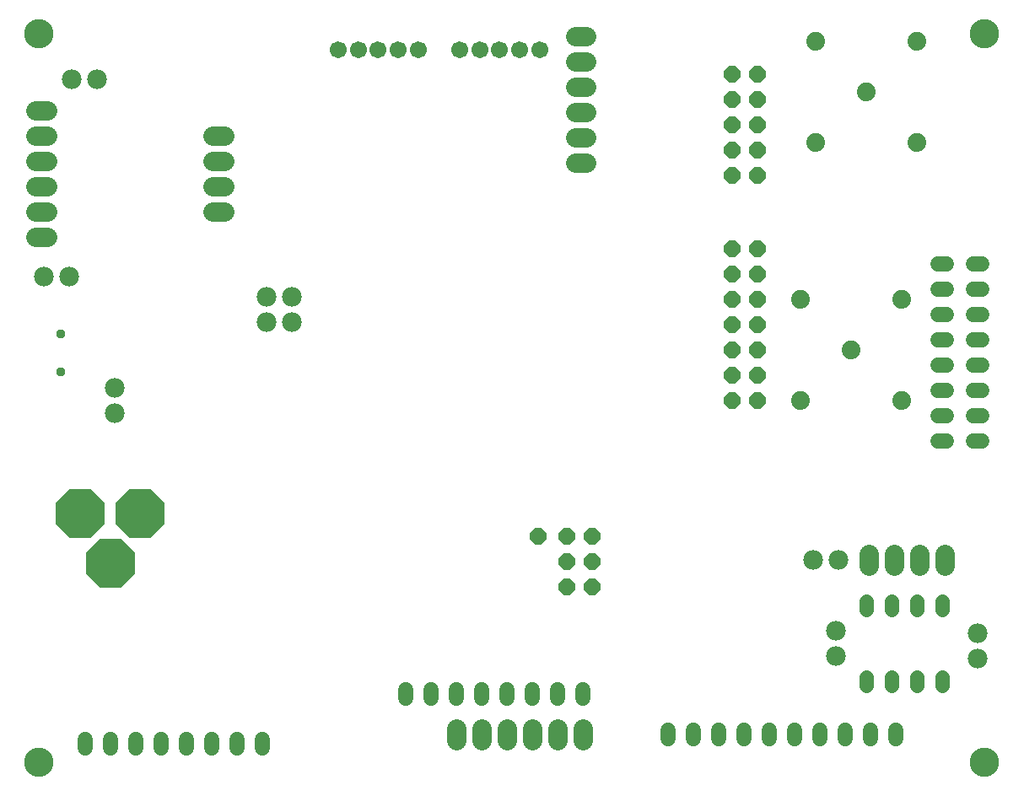
<source format=gbs>
G75*
%MOIN*%
%OFA0B0*%
%FSLAX25Y25*%
%IPPOS*%
%LPD*%
%AMOC8*
5,1,8,0,0,1.08239X$1,22.5*
%
%ADD10C,0.11600*%
%ADD11OC8,0.06502*%
%ADD12C,0.06000*%
%ADD13OC8,0.19400*%
%ADD14C,0.08668*%
%ADD15C,0.07800*%
%ADD16C,0.06699*%
%ADD17C,0.03746*%
%ADD18C,0.07800*%
%ADD19C,0.07400*%
%ADD20C,0.05600*%
%ADD21OC8,0.06400*%
D10*
X0021346Y0015800D03*
X0021346Y0303800D03*
X0395046Y0303800D03*
X0395046Y0015800D03*
D11*
X0239783Y0085304D03*
X0229783Y0085304D03*
X0229783Y0095304D03*
X0229783Y0105304D03*
X0239783Y0105304D03*
X0239783Y0095304D03*
D12*
X0236220Y0044645D02*
X0236220Y0041285D01*
X0226220Y0041285D02*
X0226220Y0044645D01*
X0216220Y0044645D02*
X0216220Y0041285D01*
X0206220Y0041285D02*
X0206220Y0044645D01*
X0196220Y0044645D02*
X0196220Y0041285D01*
X0186220Y0041285D02*
X0186220Y0044645D01*
X0176220Y0044645D02*
X0176220Y0041285D01*
X0166220Y0041285D02*
X0166220Y0044645D01*
X0109504Y0024795D02*
X0109504Y0021435D01*
X0099504Y0021435D02*
X0099504Y0024795D01*
X0089504Y0024795D02*
X0089504Y0021435D01*
X0079504Y0021435D02*
X0079504Y0024795D01*
X0069504Y0024795D02*
X0069504Y0021435D01*
X0059504Y0021435D02*
X0059504Y0024795D01*
X0049504Y0024795D02*
X0049504Y0021435D01*
X0039504Y0021435D02*
X0039504Y0024795D01*
X0269882Y0025285D02*
X0269882Y0028645D01*
X0279882Y0028645D02*
X0279882Y0025285D01*
X0289882Y0025285D02*
X0289882Y0028645D01*
X0299882Y0028645D02*
X0299882Y0025285D01*
X0309882Y0025285D02*
X0309882Y0028645D01*
X0319882Y0028645D02*
X0319882Y0025285D01*
X0329882Y0025285D02*
X0329882Y0028645D01*
X0339882Y0028645D02*
X0339882Y0025285D01*
X0349882Y0025285D02*
X0349882Y0028645D01*
X0359882Y0028645D02*
X0359882Y0025285D01*
X0376666Y0142800D02*
X0380026Y0142800D01*
X0380026Y0152800D02*
X0376666Y0152800D01*
X0376666Y0162800D02*
X0380026Y0162800D01*
X0390666Y0162800D02*
X0394026Y0162800D01*
X0394026Y0152800D02*
X0390666Y0152800D01*
X0390666Y0142800D02*
X0394026Y0142800D01*
X0394026Y0172800D02*
X0390666Y0172800D01*
X0390666Y0182800D02*
X0394026Y0182800D01*
X0394026Y0192800D02*
X0390666Y0192800D01*
X0390666Y0202800D02*
X0394026Y0202800D01*
X0394026Y0212800D02*
X0390666Y0212800D01*
X0380026Y0212800D02*
X0376666Y0212800D01*
X0376666Y0202800D02*
X0380026Y0202800D01*
X0380026Y0192800D02*
X0376666Y0192800D01*
X0376666Y0182800D02*
X0380026Y0182800D01*
X0380026Y0172800D02*
X0376666Y0172800D01*
D13*
X0061283Y0114066D03*
X0037683Y0114066D03*
X0049483Y0094366D03*
D14*
X0046483Y0094366D03*
X0052483Y0094366D03*
X0061283Y0111066D03*
X0061283Y0117066D03*
X0037683Y0117066D03*
X0037683Y0111066D03*
D15*
X0024433Y0223430D02*
X0019993Y0223430D01*
X0019993Y0233430D02*
X0024433Y0233430D01*
X0024433Y0243430D02*
X0019993Y0243430D01*
X0019993Y0253430D02*
X0024433Y0253430D01*
X0024433Y0263430D02*
X0019993Y0263430D01*
X0019993Y0273430D02*
X0024433Y0273430D01*
X0089993Y0263430D02*
X0094433Y0263430D01*
X0094433Y0253430D02*
X0089993Y0253430D01*
X0089993Y0243430D02*
X0094433Y0243430D01*
X0094433Y0233430D02*
X0089993Y0233430D01*
X0233126Y0252800D02*
X0237566Y0252800D01*
X0237566Y0262800D02*
X0233126Y0262800D01*
X0233126Y0272800D02*
X0237566Y0272800D01*
X0237566Y0282800D02*
X0233126Y0282800D01*
X0233126Y0292800D02*
X0237566Y0292800D01*
X0237566Y0302800D02*
X0233126Y0302800D01*
X0349346Y0098020D02*
X0349346Y0093580D01*
X0359346Y0093580D02*
X0359346Y0098020D01*
X0369346Y0098020D02*
X0369346Y0093580D01*
X0379346Y0093580D02*
X0379346Y0098020D01*
X0236346Y0029020D02*
X0236346Y0024580D01*
X0226346Y0024580D02*
X0226346Y0029020D01*
X0216346Y0029020D02*
X0216346Y0024580D01*
X0206346Y0024580D02*
X0206346Y0029020D01*
X0196346Y0029020D02*
X0196346Y0024580D01*
X0186346Y0024580D02*
X0186346Y0029020D01*
D16*
X0187598Y0297509D03*
X0195472Y0297509D03*
X0203346Y0297509D03*
X0211220Y0297509D03*
X0219094Y0297509D03*
X0171094Y0297509D03*
X0163220Y0297509D03*
X0155346Y0297509D03*
X0147472Y0297509D03*
X0139598Y0297509D03*
D17*
X0030008Y0185280D03*
X0030008Y0170320D03*
D18*
X0051346Y0163800D03*
X0051346Y0153800D03*
X0111346Y0189800D03*
X0121346Y0189800D03*
X0121346Y0199800D03*
X0111346Y0199800D03*
X0033346Y0207800D03*
X0023346Y0207800D03*
X0034246Y0285700D03*
X0044246Y0285700D03*
X0327346Y0095800D03*
X0337346Y0095800D03*
X0336346Y0067800D03*
X0336346Y0057800D03*
X0392346Y0056800D03*
X0392346Y0066800D03*
D19*
X0362346Y0158800D03*
X0342346Y0178800D03*
X0322346Y0158800D03*
X0322346Y0198800D03*
X0362346Y0198800D03*
X0368346Y0260800D03*
X0348346Y0280800D03*
X0328346Y0260800D03*
X0328346Y0300800D03*
X0368346Y0300800D03*
D20*
X0368346Y0079360D02*
X0368346Y0076240D01*
X0358346Y0076240D02*
X0358346Y0079360D01*
X0348346Y0079360D02*
X0348346Y0076240D01*
X0348346Y0049360D02*
X0348346Y0046240D01*
X0358346Y0046240D02*
X0358346Y0049360D01*
X0368346Y0049360D02*
X0368346Y0046240D01*
X0378346Y0046240D02*
X0378346Y0049360D01*
X0378346Y0076240D02*
X0378346Y0079360D01*
D21*
X0305346Y0158800D03*
X0295346Y0158800D03*
X0295346Y0168800D03*
X0295346Y0178800D03*
X0305346Y0178800D03*
X0305346Y0168800D03*
X0305346Y0188800D03*
X0295346Y0188800D03*
X0295346Y0198800D03*
X0295346Y0208800D03*
X0295346Y0218800D03*
X0305346Y0218800D03*
X0305346Y0208800D03*
X0305346Y0198800D03*
X0305346Y0247800D03*
X0295346Y0247800D03*
X0295346Y0257800D03*
X0295346Y0267800D03*
X0295346Y0277800D03*
X0305346Y0277800D03*
X0305346Y0267800D03*
X0305346Y0257800D03*
X0305346Y0287800D03*
X0295346Y0287800D03*
X0218596Y0105050D03*
M02*

</source>
